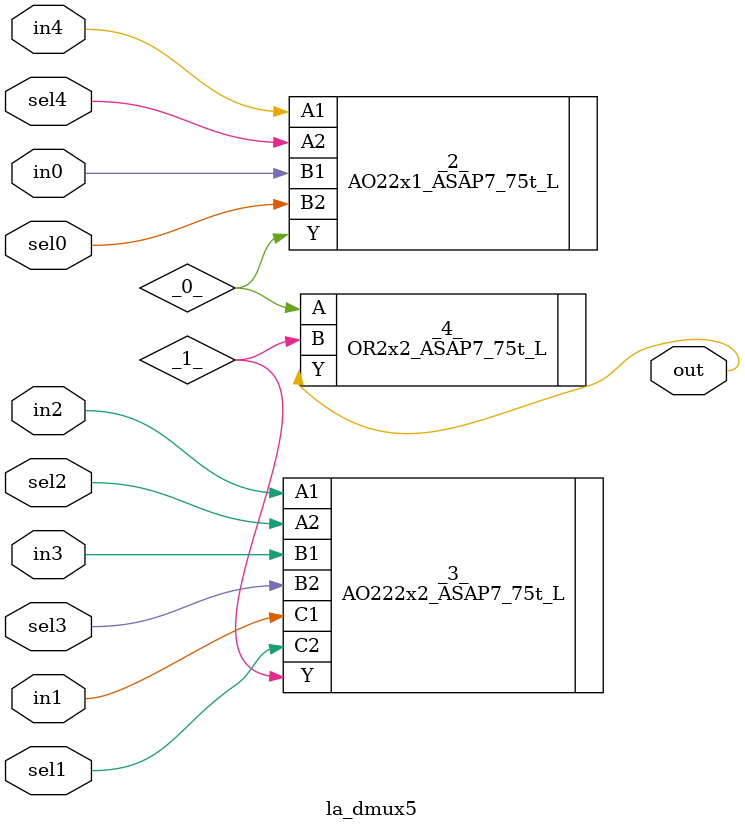
<source format=v>

/* Generated by Yosys 0.37 (git sha1 a5c7f69ed, clang 14.0.0-1ubuntu1.1 -fPIC -Os) */

module la_dmux5(sel4, sel3, sel2, sel1, sel0, in4, in3, in2, in1, in0, out);
  wire _0_;
  wire _1_;
  input in0;
  wire in0;
  input in1;
  wire in1;
  input in2;
  wire in2;
  input in3;
  wire in3;
  input in4;
  wire in4;
  output out;
  wire out;
  input sel0;
  wire sel0;
  input sel1;
  wire sel1;
  input sel2;
  wire sel2;
  input sel3;
  wire sel3;
  input sel4;
  wire sel4;
  AO22x1_ASAP7_75t_L _2_ (
    .A1(in4),
    .A2(sel4),
    .B1(in0),
    .B2(sel0),
    .Y(_0_)
  );
  AO222x2_ASAP7_75t_L _3_ (
    .A1(in2),
    .A2(sel2),
    .B1(in3),
    .B2(sel3),
    .C1(in1),
    .C2(sel1),
    .Y(_1_)
  );
  OR2x2_ASAP7_75t_L _4_ (
    .A(_0_),
    .B(_1_),
    .Y(out)
  );
endmodule

</source>
